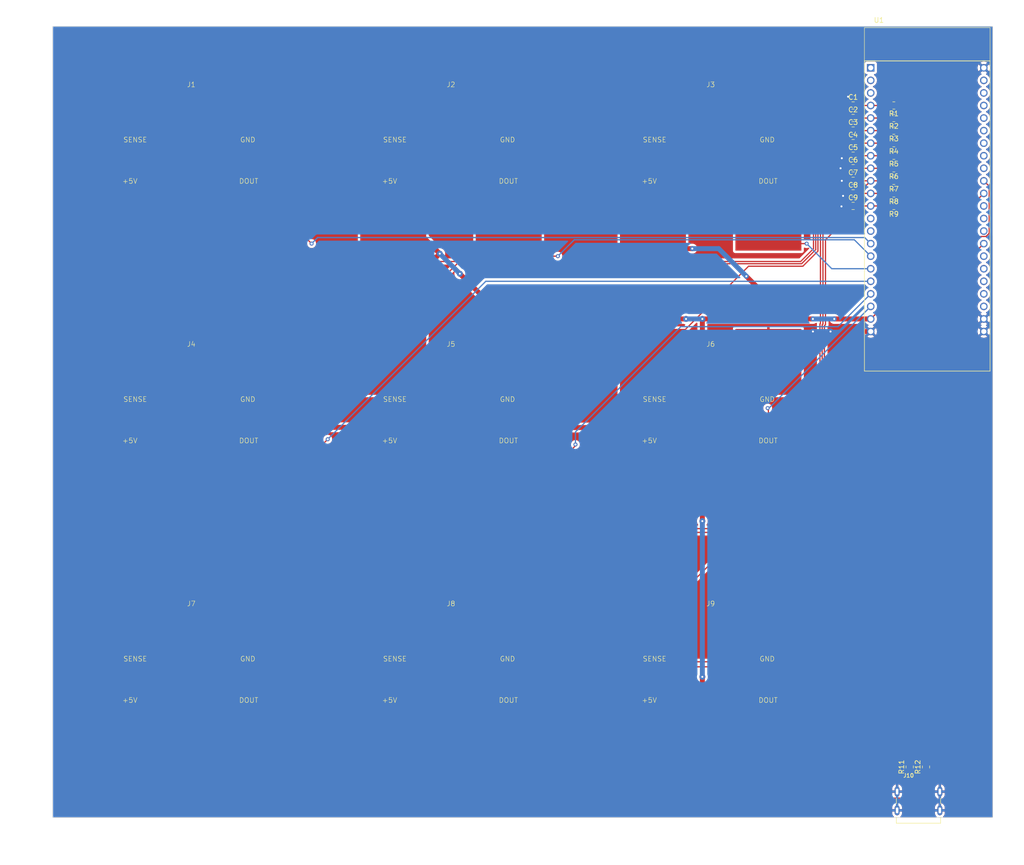
<source format=kicad_pcb>
(kicad_pcb (version 20221018) (generator pcbnew)
  (layers (0 "F.Cu" signal) (31 "B.Cu" signal) (34 "B.Paste" user) (35 "F.Paste" user) (36 "B.SilkS" user "B.Silkscreen") (37 "F.SilkS" user "F.Silkscreen") (38 "B.Mask" user) (39 "F.Mask" user) (44 "Edge.Cuts" user))
  (net 0 "")
  (net 1 "GND")
  (net 2 "SENSE1")
  (net 3 "DO1")
  (net 4 "+5V")
  (net 5 "SENSE2")
  (net 6 "DO2")
  (net 7 "SENSE3")
  (net 8 "DO3")
  (net 9 "SENSE4")
  (net 10 "DO4")
  (net 11 "SENSE5")
  (net 12 "DO5")
  (net 13 "SENSE6")
  (net 14 "DO6")
  (net 15 "SENSE7")
  (net 16 "DO7")
  (net 17 "SENSE8")
  (net 18 "DO8")
  (net 19 "SENSE9")
  (net 20 "DO9")
  (net 21 "+3V3")
  (net 41 "Net-(J10-CC1)")
  (net 42 "Net-(J10-CC2)")
  (footprint "Resistor_SMD:R_0805_2012Metric" (layer "F.Cu") (at 284.0755 67.798 180)
    (fp_text reference "R3" (at 0 -1.65) (layer "F.SilkS"))
    (fp_text value "10k")
    (fp_line (start -0.227064 -0.735) (end 0.227064 -0.735) (stroke (width 0.12)) (layer "F.SilkS"))
    (fp_line (start -0.227064 0.735) (end 0.227064 0.735) (stroke (width 0.12)) (layer "F.SilkS"))
    (pad "1" smd roundrect (at -0.9125 0 180) (size 1.025 1.4) (layers "F.Cu" "F.Paste" "F.Mask") (roundrect_rratio 0.243902) (net 4 "+5V"))
    (pad "2" smd roundrect (at 0.9125 0 180) (size 1.025 1.4) (layers "F.Cu" "F.Paste" "F.Mask") (roundrect_rratio 0.243902) (net 7 "SENSE3"))
  )
  (footprint "Resistor_SMD:R_0805_2012Metric" (layer "F.Cu") (at 284.0755 77.958 180)
    (fp_text reference "R7" (at 0 -1.65) (layer "F.SilkS"))
    (fp_text value "10k")
    (fp_line (start -0.227064 -0.735) (end 0.227064 -0.735) (stroke (width 0.12)) (layer "F.SilkS"))
    (fp_line (start -0.227064 0.735) (end 0.227064 0.735) (stroke (width 0.12)) (layer "F.SilkS"))
    (pad "1" smd roundrect (at -0.9125 0 180) (size 1.025 1.4) (layers "F.Cu" "F.Paste" "F.Mask") (roundrect_rratio 0.243902) (net 4 "+5V"))
    (pad "2" smd roundrect (at 0.9125 0 180) (size 1.025 1.4) (layers "F.Cu" "F.Paste" "F.Mask") (roundrect_rratio 0.243902) (net 15 "SENSE7"))
  )
  (footprint "Capacitor_SMD:C_0805_2012Metric" (layer "F.Cu") (at 275.844 70.336)
    (fp_text reference "C4" (at 0 -1.68) (layer "F.SilkS"))
    (fp_text value "3.3uF")
    (fp_line (start -0.261252 -0.735) (end 0.261252 -0.735) (stroke (width 0.12)) (layer "F.SilkS"))
    (fp_line (start -0.261252 0.735) (end 0.261252 0.735) (stroke (width 0.12)) (layer "F.SilkS"))
    (pad "1" smd roundrect (at -0.95 0) (size 1 1.45) (layers "F.Cu" "F.Paste" "F.Mask") (net 1 "GND"))
    (pad "2" smd roundrect (at 0.95 0) (size 1 1.45) (layers "F.Cu" "F.Paste" "F.Mask") (net 9 "SENSE4"))
  )
  (footprint "Quinn_lib:Top Block Connector" (layer "F.Cu") (at 142.046 73.736)
    (fp_text reference "J1" (at 0 -15.24 unlocked) (layer "F.SilkS") (effects (font (thickness 0.1))))
    (fp_text value "~")
    (fp_text user "DOUT" (at 9.620742 4.869823 unlocked) (layer "F.SilkS") (effects (font (thickness 0.1)) (justify left bottom)))
    (fp_text user "SENSE" (at -13.783392 -3.49636 unlocked) (layer "F.SilkS") (effects (font (thickness 0.1)) (justify left bottom)))
    (fp_text user "+5V" (at -13.995194 4.869823 unlocked) (layer "F.SilkS") (effects (font (thickness 0.1)) (justify left bottom)))
    (fp_text user "GND" (at 9.832544 -3.49636 unlocked) (layer "F.SilkS") (effects (font (thickness 0.1)) (justify left bottom)))
    (pad "1" smd rect (at 11.67 -11.67) (size 13.333 13.333) (layers "F.Cu" "F.Paste" "F.Mask") (net 1 "GND"))
    (pad "2" smd rect (at -11.67 -11.67) (size 13.333 13.333) (layers "F.Cu" "F.Paste" "F.Mask") (net 2 "SENSE1"))
    (pad "3" smd rect (at 11.67 11.67) (size 13.333 13.333) (layers "F.Cu" "F.Paste" "F.Mask") (net 3 "DO1"))
    (pad "4" smd rect (at -11.67 11.67) (size 13.333 13.333) (layers "F.Cu" "F.Paste" "F.Mask") (net 4 "+5V"))
  )
  (footprint "ESP32-S3-DEVKITC-1-N8R2:XCVR_ESP32-S3-DEVKITC-1-N8R2" (layer "F.Cu") (at 290.83 85.07)
    (fp_text reference "U1" (at -9.775 -39.605) (layer "F.SilkS"))
    (fp_text value "ESP32-S3-DEVKITC-1-N8R2")
    (fp_line (start -12.7 -31.37) (end 12.7 -31.37) (stroke (width 0.127)) (layer "F.SilkS"))
    (fp_line (start -12.7 31.37) (end -12.7 -31.37) (stroke (width 0.127)) (layer "F.SilkS"))
    (fp_line (start 12.7 -31.37) (end 12.7 31.37) (stroke (width 0.127)) (layer "F.SilkS"))
    (fp_line (start 12.7 31.37) (end -12.7 31.37) (stroke (width 0.127)) (layer "F.SilkS"))
    (fp_rect (start -12.7 -31.37) (end 12.7 -38.1) (stroke (width 0.1)) (fill none) (layer "F.SilkS"))
    (pad "J1_1" thru_hole rect (at -11.43 -29.97) (size 1.53 1.53) (drill 1.02) (layers "*.Cu" "*.Mask") (net 21 "+3V3"))
    (pad "J1_2" thru_hole circle (at -11.43 -27.43) (size 1.53 1.53) (drill 1.02) (layers "*.Cu" "*.Mask") (net 21 "+3V3"))
    (pad "J1_3" thru_hole circle (at -11.43 -24.89) (size 1.53 1.53) (drill 1.02) (layers "*.Cu" "*.Mask"))
    (pad "J1_4" thru_hole circle (at -11.43 -22.35) (size 1.53 1.53) (drill 1.02) (layers "*.Cu" "*.Mask") (net 2 "SENSE1"))
    (pad "J1_5" thru_hole circle (at -11.43 -19.81) (size 1.53 1.53) (drill 1.02) (layers "*.Cu" "*.Mask") (net 5 "SENSE2"))
    (pad "J1_6" thru_hole circle (at -11.43 -17.27) (size 1.53 1.53) (drill 1.02) (layers "*.Cu" "*.Mask") (net 7 "SENSE3"))
    (pad "J1_7" thru_hole circle (at -11.43 -14.73) (size 1.53 1.53) (drill 1.02) (layers "*.Cu" "*.Mask") (net 9 "SENSE4"))
    (pad "J1_8" thru_hole circle (at -11.43 -12.19) (size 1.53 1.53) (drill 1.02) (layers "*.Cu" "*.Mask") (net 11 "SENSE5"))
    (pad "J1_9" thru_hole circle (at -11.43 -9.65) (size 1.53 1.53) (drill 1.02) (layers "*.Cu" "*.Mask") (net 13 "SENSE6"))
    (pad "J1_10" thru_hole circle (at -11.43 -7.11) (size 1.53 1.53) (drill 1.02) (layers "*.Cu" "*.Mask") (net 15 "SENSE7"))
    (pad "J1_11" thru_hole circle (at -11.43 -4.57) (size 1.53 1.53) (drill 1.02) (layers "*.Cu" "*.Mask") (net 17 "SENSE8"))
    (pad "J1_12" thru_hole circle (at -11.43 -2.03) (size 1.53 1.53) (drill 1.02) (layers "*.Cu" "*.Mask") (net 19 "SENSE9"))
    (pad "J1_13" thru_hole circle (at -11.43 0.51) (size 1.53 1.53) (drill 1.02) (layers "*.Cu" "*.Mask"))
    (pad "J1_14" thru_hole circle (at -11.43 3.05) (size 1.53 1.53) (drill 1.02) (layers "*.Cu" "*.Mask"))
    (pad "J1_15" thru_hole circle (at -11.43 5.59) (size 1.53 1.53) (drill 1.02) (layers "*.Cu" "*.Mask") (net 3 "DO1"))
    (pad "J1_16" thru_hole circle (at -11.43 8.13) (size 1.53 1.53) (drill 1.02) (layers "*.Cu" "*.Mask") (net 6 "DO2"))
    (pad "J1_17" thru_hole circle (at -11.43 10.67) (size 1.53 1.53) (drill 1.02) (layers "*.Cu" "*.Mask") (net 8 "DO3"))
    (pad "J1_18" thru_hole circle (at -11.43 13.21) (size 1.53 1.53) (drill 1.02) (layers "*.Cu" "*.Mask") (net 10 "DO4"))
    (pad "J1_19" thru_hole circle (at -11.43 15.75) (size 1.53 1.53) (drill 1.02) (layers "*.Cu" "*.Mask") (net 12 "DO5"))
    (pad "J1_20" thru_hole circle (at -11.43 18.29) (size 1.53 1.53) (drill 1.02) (layers "*.Cu" "*.Mask") (net 14 "DO6"))
    (pad "J1_21" thru_hole circle (at -11.43 20.83) (size 1.53 1.53) (drill 1.02) (layers "*.Cu" "*.Mask") (net 4 "+5V"))
    (pad "J1_22" thru_hole circle (at -11.43 23.37) (size 1.53 1.53) (drill 1.02) (layers "*.Cu" "*.Mask") (net 1 "GND"))
    (pad "J3_1" thru_hole circle (at 11.43 -29.97) (size 1.53 1.53) (drill 1.02) (layers "*.Cu" "*.Mask") (net 1 "GND"))
    (pad "J3_2" thru_hole circle (at 11.43 -27.43) (size 1.53 1.53) (drill 1.02) (layers "*.Cu" "*.Mask"))
    (pad "J3_3" thru_hole circle (at 11.43 -24.89) (size 1.53 1.53) (drill 1.02) (layers "*.Cu" "*.Mask"))
    (pad "J3_4" thru_hole circle (at 11.43 -22.35) (size 1.53 1.53) (drill 1.02) (layers "*.Cu" "*.Mask"))
    (pad "J3_5" thru_hole circle (at 11.43 -19.81) (size 1.53 1.53) (drill 1.02) (layers "*.Cu" "*.Mask"))
    (pad "J3_6" thru_hole circle (at 11.43 -17.27) (size 1.53 1.53) (drill 1.02) (layers "*.Cu" "*.Mask"))
    (pad "J3_7" thru_hole circle (at 11.43 -14.73) (size 1.53 1.53) (drill 1.02) (layers "*.Cu" "*.Mask"))
    (pad "J3_8" thru_hole circle (at 11.43 -12.19) (size 1.53 1.53) (drill 1.02) (layers "*.Cu" "*.Mask"))
    (pad "J3_9" thru_hole circle (at 11.43 -9.65) (size 1.53 1.53) (drill 1.02) (layers "*.Cu" "*.Mask"))
    (pad "J3_10" thru_hole circle (at 11.43 -7.11) (size 1.53 1.53) (drill 1.02) (layers "*.Cu" "*.Mask") (net 18 "DO8"))
    (pad "J3_11" thru_hole circle (at 11.43 -4.57) (size 1.53 1.53) (drill 1.02) (layers "*.Cu" "*.Mask") (net 16 "DO7"))
    (pad "J3_12" thru_hole circle (at 11.43 -2.03) (size 1.53 1.53) (drill 1.02) (layers "*.Cu" "*.Mask"))
    (pad "J3_13" thru_hole circle (at 11.43 0.51) (size 1.53 1.53) (drill 1.02) (layers "*.Cu" "*.Mask"))
    (pad "J3_14" thru_hole circle (at 11.43 3.05) (size 1.53 1.53) (drill 1.02) (layers "*.Cu" "*.Mask"))
    (pad "J3_15" thru_hole circle (at 11.43 5.59) (size 1.53 1.53) (drill 1.02) (layers "*.Cu" "*.Mask") (net 20 "DO9"))
    (pad "J3_16" thru_hole circle (at 11.43 8.13) (size 1.53 1.53) (drill 1.02) (layers "*.Cu" "*.Mask"))
    (pad "J3_17" thru_hole circle (at 11.43 10.67) (size 1.53 1.53) (drill 1.02) (layers "*.Cu" "*.Mask"))
    (pad "J3_18" thru_hole circle (at 11.43 13.21) (size 1.53 1.53) (drill 1.02) (layers "*.Cu" "*.Mask"))
    (pad "J3_19" thru_hole circle (at 11.43 15.75) (size 1.53 1.53) (drill 1.02) (layers "*.Cu" "*.Mask"))
    (pad "J3_20" thru_hole circle (at 11.43 18.29) (size 1.53 1.53) (drill 1.02) (layers "*.Cu" "*.Mask"))
    (pad "J3_21" thru_hole circle (at 11.43 20.83) (size 1.53 1.53) (drill 1.02) (layers "*.Cu" "*.Mask") (net 1 "GND"))
    (pad "J3_22" thru_hole circle (at 11.43 23.37) (size 1.53 1.53) (drill 1.02) (layers "*.Cu" "*.Mask") (net 1 "GND"))
  )
  (footprint "Resistor_SMD:R_0805_2012Metric" (layer "F.Cu") (at 284.0755 65.258 180)
    (fp_text reference "R2" (at 0 -1.65) (layer "F.SilkS"))
    (fp_text value "10k")
    (fp_line (start -0.227064 -0.735) (end 0.227064 -0.735) (stroke (width 0.12)) (layer "F.SilkS"))
    (fp_line (start -0.227064 0.735) (end 0.227064 0.735) (stroke (width 0.12)) (layer "F.SilkS"))
    (pad "1" smd roundrect (at -0.9125 0 180) (size 1.025 1.4) (layers "F.Cu" "F.Paste" "F.Mask") (roundrect_rratio 0.243902) (net 4 "+5V"))
    (pad "2" smd roundrect (at 0.9125 0 180) (size 1.025 1.4) (layers "F.Cu" "F.Paste" "F.Mask") (roundrect_rratio 0.243902) (net 5 "SENSE2"))
  )
  (footprint "Quinn_lib:Top Block Connector" (layer "F.Cu") (at 247.046 73.736)
    (fp_text reference "J3" (at 0 -15.24 unlocked) (layer "F.SilkS") (effects (font (thickness 0.1))))
    (fp_text value "~")
    (fp_text user "+5V" (at -13.995194 4.869823 unlocked) (layer "F.SilkS") (effects (font (thickness 0.1)) (justify left bottom)))
    (fp_text user "SENSE" (at -13.783392 -3.49636 unlocked) (layer "F.SilkS") (effects (font (thickness 0.1)) (justify left bottom)))
    (fp_text user "GND" (at 9.832544 -3.49636 unlocked) (layer "F.SilkS") (effects (font (thickness 0.1)) (justify left bottom)))
    (fp_text user "DOUT" (at 9.620742 4.869823 unlocked) (layer "F.SilkS") (effects (font (thickness 0.1)) (justify left bottom)))
    (pad "1" smd rect (at 11.67 -11.67) (size 13.333 13.333) (layers "F.Cu" "F.Paste" "F.Mask") (net 1 "GND"))
    (pad "2" smd rect (at -11.67 -11.67) (size 13.333 13.333) (layers "F.Cu" "F.Paste" "F.Mask") (net 7 "SENSE3"))
    (pad "3" smd rect (at 11.67 11.67) (size 13.333 13.333) (layers "F.Cu" "F.Paste" "F.Mask") (net 8 "DO3"))
    (pad "4" smd rect (at -11.67 11.67) (size 13.333 13.333) (layers "F.Cu" "F.Paste" "F.Mask") (net 4 "+5V"))
  )
  (footprint "Resistor_SMD:R_0805_2012Metric" (layer "F.Cu") (at 284.0755 80.498 180)
    (fp_text reference "R8" (at 0 -1.65) (layer "F.SilkS"))
    (fp_text value "10k")
    (fp_line (start -0.227064 -0.735) (end 0.227064 -0.735) (stroke (width 0.12)) (layer "F.SilkS"))
    (fp_line (start -0.227064 0.735) (end 0.227064 0.735) (stroke (width 0.12)) (layer "F.SilkS"))
    (pad "1" smd roundrect (at -0.9125 0 180) (size 1.025 1.4) (layers "F.Cu" "F.Paste" "F.Mask") (roundrect_rratio 0.243902) (net 4 "+5V"))
    (pad "2" smd roundrect (at 0.9125 0 180) (size 1.025 1.4) (layers "F.Cu" "F.Paste" "F.Mask") (roundrect_rratio 0.243902) (net 17 "SENSE8"))
  )
  (footprint "Resistor_SMD:R_0805_2012Metric" (layer "F.Cu") (at 284.0755 70.338 180)
    (fp_text reference "R4" (at 0 -1.65) (layer "F.SilkS"))
    (fp_text value "10k")
    (fp_line (start -0.227064 -0.735) (end 0.227064 -0.735) (stroke (width 0.12)) (layer "F.SilkS"))
    (fp_line (start -0.227064 0.735) (end 0.227064 0.735) (stroke (width 0.12)) (layer "F.SilkS"))
    (pad "1" smd roundrect (at -0.9125 0 180) (size 1.025 1.4) (layers "F.Cu" "F.Paste" "F.Mask") (roundrect_rratio 0.243902) (net 4 "+5V"))
    (pad "2" smd roundrect (at 0.9125 0 180) (size 1.025 1.4) (layers "F.Cu" "F.Paste" "F.Mask") (roundrect_rratio 0.243902) (net 9 "SENSE4"))
  )
  (footprint "Capacitor_SMD:C_0805_2012Metric" (layer "F.Cu") (at 275.844 83.036)
    (fp_text reference "C9" (at 0 -1.68) (layer "F.SilkS"))
    (fp_text value "3.3uF")
    (fp_line (start -0.261252 -0.735) (end 0.261252 -0.735) (stroke (width 0.12)) (layer "F.SilkS"))
    (fp_line (start -0.261252 0.735) (end 0.261252 0.735) (stroke (width 0.12)) (layer "F.SilkS"))
    (pad "1" smd roundrect (at -0.95 0) (size 1 1.45) (layers "F.Cu" "F.Paste" "F.Mask") (net 1 "GND"))
    (pad "2" smd roundrect (at 0.95 0) (size 1 1.45) (layers "F.Cu" "F.Paste" "F.Mask") (net 19 "SENSE9"))
  )
  (footprint "Quinn_lib:Top Block Connector" (layer "F.Cu") (at 194.546 178.736)
    (fp_text reference "J8" (at 0 -15.24 unlocked) (layer "F.SilkS") (effects (font (thickness 0.1))))
    (fp_text value "~")
    (fp_text user "+5V" (at -13.995194 4.869823 unlocked) (layer "F.SilkS") (effects (font (thickness 0.1)) (justify left bottom)))
    (fp_text user "DOUT" (at 9.620742 4.869823 unlocked) (layer "F.SilkS") (effects (font (thickness 0.1)) (justify left bottom)))
    (fp_text user "GND" (at 9.832544 -3.49636 unlocked) (layer "F.SilkS") (effects (font (thickness 0.1)) (justify left bottom)))
    (fp_text user "SENSE" (at -13.783392 -3.49636 unlocked) (layer "F.SilkS") (effects (font (thickness 0.1)) (justify left bottom)))
    (pad "1" smd rect (at 11.67 -11.67) (size 13.333 13.333) (layers "F.Cu" "F.Paste" "F.Mask") (net 1 "GND"))
    (pad "2" smd rect (at -11.67 -11.67) (size 13.333 13.333) (layers "F.Cu" "F.Paste" "F.Mask") (net 17 "SENSE8"))
    (pad "3" smd rect (at 11.67 11.67) (size 13.333 13.333) (layers "F.Cu" "F.Paste" "F.Mask") (net 18 "DO8"))
    (pad "4" smd rect (at -11.67 11.67) (size 13.333 13.333) (layers "F.Cu" "F.Paste" "F.Mask") (net 4 "+5V"))
  )
  (footprint "Resistor_SMD:R_0805_2012Metric" (layer "F.Cu") (at 290.576 196.521 90)
    (fp_text reference "R12" (at 0 -1.65 90) (layer "F.SilkS"))
    (fp_text value "5.1k")
    (fp_line (start -0.227064 -0.735) (end 0.227064 -0.735) (stroke (width 0.12)) (layer "F.SilkS"))
    (fp_line (start -0.227064 0.735) (end 0.227064 0.735) (stroke (width 0.12)) (layer "F.SilkS"))
    (pad "1" smd roundrect (at -0.9125 0 90) (size 1.025 1.4) (layers "F.Cu" "F.Paste" "F.Mask") (roundrect_rratio 0.243902) (net 42 "Net-(J10-CC2)"))
    (pad "2" smd roundrect (at 0.9125 0 90) (size 1.025 1.4) (layers "F.Cu" "F.Paste" "F.Mask") (roundrect_rratio 0.243902) (net 1 "GND"))
  )
  (footprint "Resistor_SMD:R_0805_2012Metric" (layer "F.Cu") (at 284.0755 72.878 180)
    (fp_text reference "R5" (at 0 -1.65) (layer "F.SilkS"))
    (fp_text value "10k")
    (fp_line (start -0.227064 -0.735) (end 0.227064 -0.735) (stroke (width 0.12)) (layer "F.SilkS"))
    (fp_line (start -0.227064 0.735) (end 0.227064 0.735) (stroke (width 0.12)) (layer "F.SilkS"))
    (pad "1" smd roundrect (at -0.9125 0 180) (size 1.025 1.4) (layers "F.Cu" "F.Paste" "F.Mask") (roundrect_rratio 0.243902) (net 4 "+5V"))
    (pad "2" smd roundrect (at 0.9125 0 180) (size 1.025 1.4) (layers "F.Cu" "F.Paste" "F.Mask") (roundrect_rratio 0.243902) (net 11 "SENSE5"))
  )
  (footprint "Quinn_lib:Top Block Connector" (layer "F.Cu") (at 247.046 178.736)
    (fp_text reference "J9" (at 0 -15.24 unlocked) (layer "F.SilkS") (effects (font (thickness 0.1))))
    (fp_text value "~")
    (fp_text user "+5V" (at -13.995194 4.869823 unlocked) (layer "F.SilkS") (effects (font (thickness 0.1)) (justify left bottom)))
    (fp_text user "GND" (at 9.832544 -3.49636 unlocked) (layer "F.SilkS") (effects (font (thickness 0.1)) (justify left bottom)))
    (fp_text user "DOUT" (at 9.620742 4.869823 unlocked) (layer "F.SilkS") (effects (font (thickness 0.1)) (justify left bottom)))
    (fp_text user "SENSE" (at -13.783392 -3.49636 unlocked) (layer "F.SilkS") (effects (font (thickness 0.1)) (justify left bottom)))
    (pad "1" smd rect (at 11.67 -11.67) (size 13.333 13.333) (layers "F.Cu" "F.Paste" "F.Mask") (net 1 "GND"))
    (pad "2" smd rect (at -11.67 -11.67) (size 13.333 13.333) (layers "F.Cu" "F.Paste" "F.Mask") (net 19 "SENSE9"))
    (pad "3" smd rect (at 11.67 11.67) (size 13.333 13.333) (layers "F.Cu" "F.Paste" "F.Mask") (net 20 "DO9"))
    (pad "4" smd rect (at -11.67 11.67) (size 13.333 13.333) (layers "F.Cu" "F.Paste" "F.Mask") (net 4 "+5V"))
  )
  (footprint "Capacitor_SMD:C_0805_2012Metric" (layer "F.Cu") (at 275.844 62.718)
    (fp_text reference "C1" (at 0 -1.68) (layer "F.SilkS"))
    (fp_text value "3.3uF")
    (fp_line (start -0.261252 -0.735) (end 0.261252 -0.735) (stroke (width 0.12)) (layer "F.SilkS"))
    (fp_line (start -0.261252 0.735) (end 0.261252 0.735) (stroke (width 0.12)) (layer "F.SilkS"))
    (pad "1" smd roundrect (at -0.95 0) (size 1 1.45) (layers "F.Cu" "F.Paste" "F.Mask") (net 1 "GND"))
    (pad "2" smd roundrect (at 0.95 0) (size 1 1.45) (layers "F.Cu" "F.Paste" "F.Mask") (net 2 "SENSE1"))
  )
  (footprint "Resistor_SMD:R_0805_2012Metric" (layer "F.Cu") (at 284.0755 62.718 180)
    (fp_text reference "R1" (at 0 -1.65) (layer "F.SilkS"))
    (fp_text value "10k")
    (fp_line (start -0.227064 -0.735) (end 0.227064 -0.735) (stroke (width 0.12)) (layer "F.SilkS"))
    (fp_line (start -0.227064 0.735) (end 0.227064 0.735) (stroke (width 0.12)) (layer "F.SilkS"))
    (pad "1" smd roundrect (at -0.9125 0 180) (size 1.025 1.4) (layers "F.Cu" "F.Paste" "F.Mask") (roundrect_rratio 0.243902) (net 4 "+5V"))
    (pad "2" smd roundrect (at 0.9125 0 180) (size 1.025 1.4) (layers "F.Cu" "F.Paste" "F.Mask") (roundrect_rratio 0.243902) (net 2 "SENSE1"))
  )
  (footprint "Resistor_SMD:R_0805_2012Metric" (layer "F.Cu") (at 287.274 196.521 90)
    (fp_text reference "R11" (at 0 -1.65 90) (layer "F.SilkS"))
    (fp_text value "5.1k")
    (fp_line (start -0.227064 -0.735) (end 0.227064 -0.735) (stroke (width 0.12)) (layer "F.SilkS"))
    (fp_line (start -0.227064 0.735) (end 0.227064 0.735) (stroke (width 0.12)) (layer "F.SilkS"))
    (pad "1" smd roundrect (at -0.9125 0 90) (size 1.025 1.4) (layers "F.Cu" "F.Paste" "F.Mask") (roundrect_rratio 0.243902) (net 41 "Net-(J10-CC1)"))
    (pad "2" smd roundrect (at 0.9125 0 90) (size 1.025 1.4) (layers "F.Cu" "F.Paste" "F.Mask") (roundrect_rratio 0.243902) (net 1 "GND"))
  )
  (footprint "Capacitor_SMD:C_0805_2012Metric" (layer "F.Cu") (at 275.844 72.876)
    (fp_text reference "C5" (at 0 -1.68) (layer "F.SilkS"))
    (fp_text value "3.3uF")
    (fp_line (start -0.261252 -0.735) (end 0.261252 -0.735) (stroke (width 0.12)) (layer "F.SilkS"))
    (fp_line (start -0.261252 0.735) (end 0.261252 0.735) (stroke (width 0.12)) (layer "F.SilkS"))
    (pad "1" smd roundrect (at -0.95 0) (size 1 1.45) (layers "F.Cu" "F.Paste" "F.Mask") (net 1 "GND"))
    (pad "2" smd roundrect (at 0.95 0) (size 1 1.45) (layers "F.Cu" "F.Paste" "F.Mask") (net 11 "SENSE5"))
  )
  (footprint "Quinn_lib:Top Block Connector" (layer "F.Cu") (at 247.046 126.236)
    (fp_text reference "J6" (at 0 -15.24 unlocked) (layer "F.SilkS") (effects (font (thickness 0.1))))
    (fp_text value "~")
    (fp_text user "DOUT" (at 9.620742 4.869823 unlocked) (layer "F.SilkS") (effects (font (thickness 0.1)) (justify left bottom)))
    (fp_text user "GND" (at 9.832544 -3.49636 unlocked) (layer "F.SilkS") (effects (font (thickness 0.1)) (justify left bottom)))
    (fp_text user "+5V" (at -13.995194 4.869823 unlocked) (layer "F.SilkS") (effects (font (thickness 0.1)) (justify left bottom)))
    (fp_text user "SENSE" (at -13.783392 -3.49636 unlocked) (layer "F.SilkS") (effects (font (thickness 0.1)) (justify left bottom)))
    (pad "1" smd rect (at 11.67 -11.67) (size 13.333 13.333) (layers "F.Cu" "F.Paste" "F.Mask") (net 1 "GND"))
    (pad "2" smd rect (at -11.67 -11.67) (size 13.333 13.333) (layers "F.Cu" "F.Paste" "F.Mask") (net 13 "SENSE6"))
    (pad "3" smd rect (at 11.67 11.67) (size 13.333 13.333) (layers "F.Cu" "F.Paste" "F.Mask") (net 14 "DO6"))
    (pad "4" smd rect (at -11.67 11.67) (size 13.333 13.333) (layers "F.Cu" "F.Paste" "F.Mask") (net 4 "+5V"))
  )
  (footprint "Quinn_lib:Top Block Connector" (layer "F.Cu") (at 142.046 178.736)
    (fp_text reference "J7" (at 0 -15.24 unlocked) (layer "F.SilkS") (effects (font (thickness 0.1))))
    (fp_text value "~")
    (fp_text user "+5V" (at -13.995194 4.869823 unlocked) (layer "F.SilkS") (effects (font (thickness 0.1)) (justify left bottom)))
    (fp_text user "DOUT" (at 9.620742 4.869823 unlocked) (layer "F.SilkS") (effects (font (thickness 0.1)) (justify left bottom)))
    (fp_text user "SENSE" (at -13.783392 -3.49636 unlocked) (layer "F.SilkS") (effects (font (thickness 0.1)) (justify left bottom)))
    (fp_text user "GND" (at 9.832544 -3.49636 unlocked) (layer "F.SilkS") (effects (font (thickness 0.1)) (justify left bottom)))
    (pad "1" smd rect (at 11.67 -11.67) (size 13.333 13.333) (layers "F.Cu" "F.Paste" "F.Mask") (net 1 "GND"))
    (pad "2" smd rect (at -11.67 -11.67) (size 13.333 13.333) (layers "F.Cu" "F.Paste" "F.Mask") (net 15 "SENSE7"))
    (pad "3" smd rect (at 11.67 11.67) (size 13.333 13.333) (layers "F.Cu" "F.Paste" "F.Mask") (net 16 "DO7"))
    (pad "4" smd rect (at -11.67 11.67) (size 13.333 13.333) (layers "F.Cu" "F.Paste" "F.Mask") (net 4 "+5V"))
  )
  (footprint "UJC-HP-3-SMT-TR:CUI_UJC-HP-3-SMT-TR" (layer "F.Cu") (at 289.056 201.5025)
    (fp_text reference "J10" (at -2 -3.25) (layer "F.SilkS") (effects (font (size 0.787402 0.787402))))
    (fp_text value "UJC-HP-3-SMT-TR")
    (fp_line (start -4.47 2.45) (end -4.47 1.35) (stroke (width 0.127)) (layer "F.SilkS"))
    (fp_line (start -4.47 6.4) (end -4.47 5.15) (stroke (width 0.127)) (layer "F.SilkS"))
    (fp_line (start -4.47 6.4) (end 4.47 6.4) (stroke (width 0.127)) (layer "F.SilkS"))
    (fp_line (start 4.47 2.45) (end 4.47 1.35) (stroke (width 0.127)) (layer "F.SilkS"))
    (fp_line (start 4.47 6.4) (end 4.47 5.15) (stroke (width 0.127)) (layer "F.SilkS"))
    (pad "A5" smd rect (at -0.5 -0.005 90) (size 1.15 0.7) (layers "F.Cu" "F.Paste" "F.Mask") (net 41 "Net-(J10-CC1)"))
    (pad "A9" smd rect (at 1.52 -0.005 90) (size 1.15 0.8) (layers "F.Cu" "F.Paste" "F.Mask") (net 4 "+5V"))
    (pad "A12" smd rect (at 2.75 -0.005 90) (size 1.15 0.9) (layers "F.Cu" "F.Paste" "F.Mask") (net 1 "GND"))
    (pad "B5" smd rect (at 0.5 -0.005 90) (size 1.15 0.7) (layers "F.Cu" "F.Paste" "F.Mask") (net 42 "Net-(J10-CC2)"))
    (pad "B9" smd rect (at -1.52 -0.005 90) (size 1.15 0.8) (layers "F.Cu" "F.Paste" "F.Mask") (net 4 "+5V"))
    (pad "B12" smd rect (at -2.75 -0.005 90) (size 1.15 0.9) (layers "F.Cu" "F.Paste" "F.Mask") (net 1 "GND"))
    (pad "S1" thru_hole oval (at -4.32 0) (size 1 2) (drill oval 0.5 1.2) (layers "*.Cu" "*.Mask") (net 1 "GND"))
    (pad "S2" thru_hole oval (at 4.32 0) (size 1 2) (drill oval 0.5 1.2) (layers "*.Cu" "*.Mask") (net 1 "GND"))
    (pad "S3" thru_hole oval (at -4.32 3.8) (size 1 2) (drill oval 0.5 1.2) (layers "*.Cu" "*.Mask") (net 1 "GND"))
    (pad "S4" thru_hole oval (at 4.32 3.8) (size 1 2) (drill oval 0.5 1.2) (layers "*.Cu" "*.Mask") (net 1 "GND"))
  )
  (footprint "Capacitor_SMD:C_0805_2012Metric" (layer "F.Cu") (at 275.844 77.956)
    (fp_text reference "C7" (at 0 -1.68) (layer "F.SilkS"))
    (fp_text value "3.3uF")
    (fp_line (start -0.261252 -0.735) (end 0.261252 -0.735) (stroke (width 0.12)) (layer "F.SilkS"))
    (fp_line (start -0.261252 0.735) (end 0.261252 0.735) (stroke (width 0.12)) (layer "F.SilkS"))
    (pad "1" smd roundrect (at -0.95 0) (size 1 1.45) (layers "F.Cu" "F.Paste" "F.Mask") (net 1 "GND"))
    (pad "2" smd roundrect (at 0.95 0) (size 1 1.45) (layers "F.Cu" "F.Paste" "F.Mask") (net 15 "SENSE7"))
  )
  (footprint "Quinn_lib:Top Block Connector" (layer "F.Cu") (at 142.046 126.236)
    (fp_text reference "J4" (at 0 -15.24 unlocked) (layer "F.SilkS") (effects (font (thickness 0.1))))
    (fp_text value "~")
    (fp_text user "+5V" (at -13.995194 4.869823 unlocked) (layer "F.SilkS") (effects (font (thickness 0.1)) (justify left bottom)))
    (fp_text user "DOUT" (at 9.620742 4.869823 unlocked) (layer "F.SilkS") (effects (font (thickness 0.1)) (justify left bottom)))
    (fp_text user "SENSE" (at -13.783392 -3.49636 unlocked) (layer "F.SilkS") (effects (font (thickness 0.1)) (justify left bottom)))
    (fp_text user "GND" (at 9.832544 -3.49636 unlocked) (layer "F.SilkS") (effects (font (thickness 0.1)) (justify left bottom)))
    (pad "1" smd rect (at 11.67 -11.67) (size 13.333 13.333) (layers "F.Cu" "F.Paste" "F.Mask") (net 1 "GND"))
    (pad "2" smd rect (at -11.67 -11.67) (size 13.333 13.333) (layers "F.Cu" "F.Paste" "F.Mask") (net 9 "SENSE4"))
    (pad "3" smd rect (at 11.67 11.67) (size 13.333 13.333) (layers "F.Cu" "F.Paste" "F.Mask") (net 10 "DO4"))
    (pad "4" smd rect (at -11.67 11.67) (size 13.333 13.333) (layers "F.Cu" "F.Paste" "F.Mask") (net 4 "+5V"))
  )
  (footprint "Resistor_SMD:R_0805_2012Metric" (layer "F.Cu") (at 284.0755 75.418 180)
    (fp_text reference "R6" (at 0 -1.65) (layer "F.SilkS"))
    (fp_text value "10k")
    (fp_line (start -0.227064 -0.735) (end 0.227064 -0.735) (stroke (width 0.12)) (layer "F.SilkS"))
    (fp_line (start -0.227064 0.735) (end 0.227064 0.735) (stroke (width 0.12)) (layer "F.SilkS"))
    (pad "1" smd roundrect (at -0.9125 0 180) (size 1.025 1.4) (layers "F.Cu" "F.Paste" "F.Mask") (roundrect_rratio 0.243902) (net 4 "+5V"))
    (pad "2" smd roundrect (at 0.9125 0 180) (size 1.025 1.4) (layers "F.Cu" "F.Paste" "F.Mask") (roundrect_rratio 0.243902) (net 13 "SENSE6"))
  )
  (footprint "Capacitor_SMD:C_0805_2012Metric" (layer "F.Cu") (at 275.844 75.416)
    (fp_text reference "C6" (at 0 -1.68) (layer "F.SilkS"))
    (fp_text value "3.3uF")
    (fp_line (start -0.261252 -0.735) (end 0.261252 -0.735) (stroke (width 0.12)) (layer "F.SilkS"))
    (fp_line (start -0.261252 0.735) (end 0.261252 0.735) (stroke (width 0.12)) (layer "F.SilkS"))
    (pad "1" smd roundrect (at -0.95 0) (size 1 1.45) (layers "F.Cu" "F.Paste" "F.Mask") (net 1 "GND"))
    (pad "2" smd roundrect (at 0.95 0) (size 1 1.45) (layers "F.Cu" "F.Paste" "F.Mask") (net 13 "SENSE6"))
  )
  (footprint "Capacitor_SMD:C_0805_2012Metric" (layer "F.Cu") (at 275.844 67.798)
    (fp_text reference "C3" (at 0 -1.68) (layer "F.SilkS"))
    (fp_text value "3.3uF")
    (fp_line (start -0.261252 -0.735) (end 0.261252 -0.735) (stroke (width 0.12)) (layer "F.SilkS"))
    (fp_line (start -0.261252 0.735) (end 0.261252 0.735) (stroke (width 0.12)) (layer "F.SilkS"))
    (pad "1" smd roundrect (at -0.95 0) (size 1 1.45) (layers "F.Cu" "F.Paste" "F.Mask") (net 1 "GND"))
    (pad "2" smd roundrect (at 0.95 0) (size 1 1.45) (layers "F.Cu" "F.Paste" "F.Mask") (net 7 "SENSE3"))
  )
  (footprint "Quinn_lib:Top Block Connector" (layer "F.Cu") (at 194.546 73.736)
    (fp_text reference "J2" (at 0 -15.24 unlocked) (layer "F.SilkS") (effects (font (thickness 0.1))))
    (fp_text value "~")
    (fp_text user "GND" (at 9.832544 -3.49636 unlocked) (layer "F.SilkS") (effects (font (thickness 0.1)) (justify left bottom)))
    (fp_text user "+5V" (at -13.995194 4.869823 unlocked) (layer "F.SilkS") (effects (font (thickness 0.1)) (justify left bottom)))
    (fp_text user "SENSE" (at -13.783392 -3.49636 unlocked) (layer "F.SilkS") (effects (font (thickness 0.1)) (justify left bottom)))
    (fp_text user "DOUT" (at 9.620742 4.869823 unlocked) (layer "F.SilkS") (effects (font (thickness 0.1)) (justify left bottom)))
    (pad "1" smd rect (at 11.67 -11.67) (size 13.333 13.333) (layers "F.Cu" "F.Paste" "F.Mask") (net 1 "GND"))
    (pad "2" smd rect (at -11.67 -11.67) (size 13.333 13.333) (layers "F.Cu" "F.Paste" "F.Mask") (net 5 "SENSE2"))
    (pad "3" smd rect (at 11.67 11.67) (size 13.333 13.333) (layers "F.Cu" "F.Paste" "F.Mask") (net 6 "DO2"))
    (pad "4" smd rect (at -11.67 11.67) (size 13.333 13.333) (layers "F.Cu" "F.Paste" "F.Mask") (net 4 "+5V"))
  )
  (footprint "Resistor_SMD:R_0805_2012Metric" (layer "F.Cu") (at 284.0755 83.038 180)
    (fp_text reference "R9" (at 0 -1.65) (layer "F.SilkS"))
    (fp_text value "10k")
    (fp_line (start -0.227064 -0.735) (end 0.227064 -0.735) (stroke (width 0.12)) (layer "F.SilkS"))
    (fp_line (start -0.227064 0.735) (end 0.227064 0.735) (stroke (width 0.12)) (layer "F.SilkS"))
    (pad "1" smd roundrect (at -0.9125 0 180) (size 1.025 1.4) (layers "F.Cu" "F.Paste" "F.Mask") (roundrect_rratio 0.243902) (net 4 "+5V"))
    (pad "2" smd roundrect (at 0.9125 0 180) (size 1.025 1.4) (layers "F.Cu" "F.Paste" "F.Mask") (roundrect_rratio 0.243902) (net 19 "SENSE9"))
  )
  (footprint "Capacitor_SMD:C_0805_2012Metric" (layer "F.Cu") (at 275.844 80.496)
    (fp_text reference "C8" (at 0 -1.68) (layer "F.SilkS"))
    (fp_text value "3.3uF")
    (fp_line (start -0.261252 -0.735) (end 0.261252 -0.735) (stroke (width 0.12)) (layer "F.SilkS"))
    (fp_line (start -0.261252 0.735) (end 0.261252 0.735) (stroke (width 0.12)) (layer "F.SilkS"))
    (pad "1" smd roundrect (at -0.95 0) (size 1 1.45) (layers "F.Cu" "F.Paste" "F.Mask") (net 1 "GND"))
    (pad "2" smd roundrect (at 0.95 0) (size 1 1.45) (layers "F.Cu" "F.Paste" "F.Mask") (net 17 "SENSE8"))
  )
  (footprint "Capacitor_SMD:C_0805_2012Metric" (layer "F.Cu") (at 275.844 65.256)
    (fp_text reference "C2" (at 0 -1.68) (layer "F.SilkS"))
    (fp_text value "3.3uF")
    (fp_line (start -0.261252 -0.735) (end 0.261252 -0.735) (stroke (width 0.12)) (layer "F.SilkS"))
    (fp_line (start -0.261252 0.735) (end 0.261252 0.735) (stroke (width 0.12)) (layer "F.SilkS"))
    (pad "1" smd roundrect (at -0.95 0) (size 1 1.45) (layers "F.Cu" "F.Paste" "F.Mask") (net 1 "GND"))
    (pad "2" smd roundrect (at 0.95 0) (size 1 1.45) (layers "F.Cu" "F.Paste" "F.Mask") (net 5 "SENSE2"))
  )
  (footprint "Quinn_lib:Top Block Connector" (layer "F.Cu") (at 194.546 126.236)
    (fp_text reference "J5" (at 0 -15.24 unlocked) (layer "F.SilkS") (effects (font (thickness 0.1))))
    (fp_text value "~")
    (fp_text user "+5V" (at -13.995194 4.869823 unlocked) (layer "F.SilkS") (effects (font (thickness 0.1)) (justify left bottom)))
    (fp_text user "GND" (at 9.832544 -3.49636 unlocked) (layer "F.SilkS") (effects (font (thickness 0.1)) (justify left bottom)))
    (fp_text user "SENSE" (at -13.783392 -3.49636 unlocked) (layer "F.SilkS") (effects (font (thickness 0.1)) (justify left bottom)))
    (fp_text user "DOUT" (at 9.620742 4.869823 unlocked) (layer "F.SilkS") (effects (font (thickness 0.1)) (justify left bottom)))
    (pad "1" smd rect (at 11.67 -11.67) (size 13.333 13.333) (layers "F.Cu" "F.Paste" "F.Mask") (net 1 "GND"))
    (pad "2" smd rect (at -11.67 -11.67) (size 13.333 13.333) (layers "F.Cu" "F.Paste" "F.Mask") (net 11 "SENSE5"))
    (pad "3" smd rect (at 11.67 11.67) (size 13.333 13.333) (layers "F.Cu" "F.Paste" "F.Mask") (net 12 "DO5"))
    (pad "4" smd rect (at -11.67 11.67) (size 13.333 13.333) (layers "F.Cu" "F.Paste" "F.Mask") (net 4 "+5V"))
  )
  (gr_rect (start 114.046 46.736) (end 304.046 206.736) (stroke (width 0.1)) (fill none) (layer "Edge.Cuts"))
  (segment (start 274.322 80.496) (end 273.812 81.006) (width 1) (layer "F.Cu") (net 1))
  (segment (start 274.894 80.496) (end 274.322 80.496) (width 1) (layer "F.Cu") (net 1))
  (segment (start 271.274002 108.44) (end 271.272 108.437998) (width 1) (layer "F.Cu") (net 1))
  (segment (start 274.894 62.718) (end 274.894 65.256) (width 1) (layer "F.Cu") (net 1))
  (segment (start 273.558 73.386) (end 274.384 73.386) (width 1) (layer "F.Cu") (net 1))
  (segment (start 279.4 108.44) (end 271.274002 108.44) (width 1) (layer "F.Cu") (net 1))
  (segment (start 274.384 73.386) (end 274.894 72.876) (width 1) (layer "F.Cu") (net 1))
  (via (at 273.558 73.386) (size 0.8) (drill 0.4) (layers "F.Cu" "B.Cu") (net 1))
  (via (at 273.488651 83.132625) (size 0.8) (drill 0.4) (layers "F.Cu" "B.Cu") (net 1))
  (via (at 274.828 60.94) (size 0.8) (drill 0.4) (layers "F.Cu" "B.Cu") (net 1))
  (via (at 273.304 75.418) (size 0.8) (drill 0.4) (layers "F.Cu" "B.Cu") (net 1))
  (via (at 273.812 81.006) (size 0.8) (drill 0.4) (layers "F.Cu" "B.Cu") (net 1))
  (via (at 273.558 77.958) (size 0.8) (drill 0.4) (layers "F.Cu" "B.Cu") (net 1))
  (via (at 267.716 108.438) (size 1.2) (drill 0.4) (layers "F.Cu" "B.Cu") (net 1))
  (via (at 271.272 108.437998) (size 1.2) (drill 0.4) (layers "F.Cu" "B.Cu") (net 1))
  (segment (start 267.716002 108.437998) (end 267.716 108.438) (width 1) (layer "B.Cu") (net 1))
  (segment (start 271.272 108.437998) (end 267.716002 108.437998) (width 1) (layer "B.Cu") (net 1))
  (segment (start 283.161 62.72) (end 283.163 62.718) (width 0.25) (layer "F.Cu") (net 2))
  (segment (start 279.4 62.72) (end 283.161 62.72) (width 0.25) (layer "F.Cu") (net 2))
  (segment (start 139.733 62.066) (end 130.376 62.066) (width 0.25) (layer "F.Cu") (net 2))
  (segment (start 276.86 62.466) (end 276.86 60.18) (width 0.25) (layer "F.Cu") (net 2))
  (segment (start 268.73 52.05) (end 149.749 52.05) (width 0.25) (layer "F.Cu") (net 2))
  (segment (start 277.114 62.72) (end 276.86 62.466) (width 0.25) (layer "F.Cu") (net 2))
  (segment (start 149.749 52.05) (end 139.733 62.066) (width 0.25) (layer "F.Cu") (net 2))
  (segment (start 276.86 60.18) (end 268.73 52.05) (width 0.25) (layer "F.Cu") (net 2))
  (segment (start 279.4 62.72) (end 277.114 62.72) (width 0.25) (layer "F.Cu") (net 2))
  (segment (start 161.118 85.406) (end 153.716 85.406) (width 0.25) (layer "F.Cu") (net 3))
  (segment (start 166.37 90.658) (end 161.118 85.406) (width 0.25) (layer "F.Cu") (net 3))
  (via (at 166.37 90.658) (size 0.8) (drill 0.4) (layers "F.Cu" "B.Cu") (net 3))
  (segment (start 167.595 89.433) (end 166.37 90.658) (width 0.25) (layer "B.Cu") (net 3))
  (segment (start 279.4 90.66) (end 278.173 89.433) (width 0.25) (layer "B.Cu") (net 3))
  (segment (start 278.173 89.433) (end 167.595 89.433) (width 0.25) (layer "B.Cu") (net 3))
  (segment (start 245.364 127.918) (end 245.364 105.898) (width 1) (layer "F.Cu") (net 4))
  (segment (start 245.364015 178.288015) (end 245.364015 180.417985) (width 1) (layer "F.Cu") (net 4))
  (segment (start 287.026 203.2025) (end 287.506 202.7225) (width 1) (layer "F.Cu") (net 4))
  (segment (start 245.364015 180.417985) (end 245.159 180.623) (width 1) (layer "F.Cu") (net 4))
  (segment (start 290.576 202.3225) (end 290.501 202.3975) (width 0.25) (layer "F.Cu") (net 4))
  (segment (start 267.716 105.898) (end 262.89 105.898) (width 1) (layer "F.Cu") (net 4))
  (segment (start 245.364015 180.417985) (end 245.364015 191.787015) (width 1) (layer "F.Cu") (net 4))
  (segment (start 235.376 190.406) (end 245.158999 180.623001) (width 1) (layer "F.Cu") (net 4))
  (segment (start 284.988 77.958) (end 284.988 75.418) (width 0.25) (layer "F.Cu") (net 4))
  (segment (start 192.278 92.69) (end 184.994 85.406) (width 1) (layer "F.Cu") (net 4))
  (segment (start 279.4 105.9) (end 272.036 105.9) (width 1) (layer "F.Cu") (net 4))
  (segment (start 138.578 198.608) (end 130.376 190.406) (width 1) (layer "F.Cu") (net 4))
  (segment (start 192.607347 127.817347) (end 140.464653 127.817347) (width 1) (layer "F.Cu") (net 4))
  (segment (start 245.364 127.918) (end 245.364 146.792) (width 1) (layer "F.Cu") (net 4))
  (segment (start 287.536 202.3225) (end 287.536 201.4975) (width 0.25) (layer "F.Cu") (net 4))
  (segment (start 205.486 105.898) (end 196.342 96.754) (width 1) (layer "F.Cu") (net 4))
  (segment (start 192.786 127.996) (end 182.876 137.906) (width 1) (layer "F.Cu") (net 4))
  (segment (start 262.89 105.898) (end 254.254 97.262) (width 1) (layer "F.Cu") (net 4))
  (segment (start 192.786 127.996) (end 192.607347 127.817347) (width 1) (layer "F.Cu") (net 4))
  (segment (start 138.422 93.452) (end 130.376 85.406) (width 1) (layer "F.Cu") (net 4))
  (segment (start 227.428 198.354) (end 245.158999 180.623001) (width 1) (layer "F.Cu") (net 4))
  (segment (start 241.644 91.674) (end 235.376 85.406) (width 0.25) (layer "F.Cu") (net 4))
  (segment (start 262.89 105.898) (end 245.364 105.898) (width 1) (layer "F.Cu") (net 4))
  (segment (start 284.988 67.798) (end 284.988 70.338) (width 0.25) (layer "F.Cu") (net 4))
  (segment (start 245.152 127.862) (end 192.92 127.862) (width 1) (layer "F.Cu") (net 4))
  (segment (start 284.988 65.258) (end 284.988 67.798) (width 0.25) (layer "F.Cu") (net 4))
  (segment (start 284.988 72.878) (end 284.988 70.338) (width 0.25) (layer "F.Cu") (net 4))
  (segment (start 256.7795 203.2025) (end 287.026 203.2025) (width 1) (layer "F.Cu") (net 4))
  (segment (start 245.364015 191.787015) (end 256.7795 203.2025) (width 1) (layer "F.Cu") (net 4))
  (segment (start 284.988 62.718) (end 284.988 65.258) (width 0.25) (layer "F.Cu") (net 4))
  (segment (start 235.376 137.906) (end 245.325 127.957) (width 1) (layer "F.Cu") (net 4))
  (segment (start 243.332 91.674) (end 241.644 91.674) (width 1) (layer "F.Cu") (net 4))
  (segment (start 245.325 127.957) (end 245.364 127.918) (width 0.25) (layer "F.Cu") (net 4))
  (segment (start 191.516 93.452) (end 138.422 93.452) (width 1) (layer "F.Cu") (net 4))
  (segment (start 284.988 80.498) (end 284.988 77.958) (width 0.25) (layer "F.Cu") (net 4))
  (segment (start 190.824 198.354) (end 227.428 198.354) (width 1) (layer "F.Cu") (net 4))
  (segment (start 245.159 180.623) (end 245.158999 180.623001) (width 0.25) (layer "F.Cu") (net 4))
  (segment (start 192.278 92.69) (end 191.516 93.452) (width 1) (layer "F.Cu") (net 4))
  (segment (start 245.325 127.957) (end 245.286 127.996) (width 0.25) (layer "F.Cu") (net 4))
  (segment (start 284.988 83.038) (end 284.988 80.498) (width 0.25) (layer "F.Cu") (net 4))
  (segment (start 287.611 202.3975) (end 287.536 202.3225) (width 0.25) (layer "F.Cu") (net 4))
  (segment (start 245.286 127.996) (end 245.152 127.862) (width 1) (layer "F.Cu") (net 4))
  (segment (start 242.062 105.898) (end 205.486 105.898) (width 1) (layer "F.Cu") (net 4))
  (segment (start 290.576 201.4975) (end 290.576 202.3225) (width 0.25) (layer "F.Cu") (net 4))
  (segment (start 174.674 198.608) (end 138.578 198.608) (width 1) (layer "F.Cu") (net 4))
  (segment (start 184.994 85.406) (end 182.876 85.406) (width 0.25) (layer "F.Cu") (net 4))
  (segment (start 290.501 202.3975) (end 287.611 202.3975) (width 0.25) (layer "F.Cu") (net 4))
  (segment (start 284.988 100.312) (end 279.4 105.9) (width 0.25) (layer "F.Cu") (net 4))
  (segment (start 192.92 127.862) (end 192.786 127.996) (width 1) (layer "F.Cu") (net 4))
  (segment (start 272.036 105.9) (end 272.034 105.898) (width 0.25) (layer "F.Cu") (net 4))
  (segment (start 284.988 75.418) (end 284.988 72.878) (width 0.25) (layer "F.Cu") (net 4))
  (segment (start 284.988 83.038) (end 284.988 100.312) (width 0.25) (layer "F.Cu") (net 4))
  (segment (start 182.876 190.406) (end 174.674 198.608) (width 1) (layer "F.Cu") (net 4))
  (segment (start 287.536 201.4975) (end 287.536 201.0525) (width 0.25) (layer "F.Cu") (net 4))
  (segment (start 182.876 190.406) (end 190.824 198.354) (width 1) (layer "F.Cu") (net 4))
  (segment (start 140.464653 127.817347) (end 130.376 137.906) (width 1) (layer "F.Cu") (net 4))
  (segment (start 287.506 202.7225) (end 287.506 201.4975) (width 1) (layer "F.Cu") (net 4))
  (via (at 267.716 105.898) (size 0.8) (drill 0.4) (layers "F.Cu" "B.Cu") (net 4))
  (via (at 245.364 146.792) (size 1.2) (drill 0.4) (layers "F.Cu" "B.Cu") (net 4))
  (via (at 242.062 105.898) (size 1.2) (drill 0.4) (layers "F.Cu" "B.Cu") (net 4))
  (via (at 245.364015 178.288015) (size 1.2) (drill 0.4) (layers "F.Cu" "B.Cu") (net 4))
  (via (at 272.034 105.898) (size 0.8) (drill 0.4) (layers "F.Cu" "B.Cu") (net 4))
  (via (at 243.332 91.674) (size 0.8) (drill 0.4) (layers "F.Cu" "B.Cu") (net 4))
  (via (at 254.254 97.262) (size 0.8) (drill 0.4) (layers "F.Cu" "B.Cu") (net 4))
  (via (at 192.278 92.69) (size 1.2) (drill 0.4) (layers "F.Cu" "B.Cu") (net 4))
  (via (at 196.342 96.754) (size 1.2) (drill 0.4) (layers "F.Cu" "B.Cu") (net 4))
  (via (at 245.364 105.898) (size 1.2) (drill 0.4) (layers "F.Cu" "B.Cu") (net 4))
  (segment (start 196.342 96.754) (end 192.278 92.69) (width 1) (layer "B.Cu") (net 4))
  (segment (start 245.364 146.792) (end 245.364 178.288) (width 1) (layer "B.Cu") (net 4))
  (segment (start 245.364 105.898) (end 242.062 105.898) (width 1) (layer "B.Cu") (net 4))
  (segment (start 248.666 91.674) (end 243.332 91.674) (width 1) (layer "B.Cu") (net 4))
  (segment (start 245.364 178.288) (end 245.364015 178.288015) (width 0.25) (layer "B.Cu") (net 4))
  (segment (start 254.254 97.262) (end 248.666 91.674) (width 1) (layer "B.Cu") (net 4))
  (segment (start 272.034 105.898) (end 267.716 105.898) (width 1) (layer "B.Cu") (net 4))
  (segment (start 268.478 52.812) (end 275.969 60.303) (width 0.25) (layer "F.Cu") (net 5))
  (segment (start 192.13 52.812) (end 268.478 52.812) (width 0.25) (layer "F.Cu") (net 5))
  (segment (start 182.876 62.066) (end 192.13 52.812) (width 0.25) (layer "F.Cu") (net 5))
  (segment (start 277.116 65.26) (end 279.4 65.26) (width 0.25) (layer "F.Cu") (net 5))
  (segment (start 283.161 65.26) (end 283.163 65.258) (width 0.25) (layer "F.Cu") (net 5))
  (segment (start 279.4 65.26) (end 283.161 65.26) (width 0.25) (layer "F.Cu") (net 5))
  (segment (start 275.969 60.303) (end 275.969 64.113) (width 0.25) (layer "F.Cu") (net 5))
  (segment (start 275.969 64.113) (end 277.116 65.26) (width 0.25) (layer "F.Cu") (net 5))
  (segment (start 214.008 93.198) (end 206.216 85.406) (width 0.25) (layer "F.Cu") (net 6))
  (segment (start 216.154 93.198) (end 214.008 93.198) (width 0.25) (layer "F.Cu") (net 6))
  (via (at 216.154 93.198) (size 0.8) (drill 0.4) (layers "F.Cu" "B.Cu") (net 6))
  (segment (start 219.469 89.883) (end 216.154 93.198) (width 0.25) (layer "B.Cu") (net 6))
  (segment (start 279.4 93.2) (end 276.083 89.883) (width 0.25) (layer "B.Cu") (net 6))
  (segment (start 276.083 89.883) (end 219.469 89.883) (width 0.25) (layer "B.Cu") (net 6))
  (segment (start 283.161 67.8) (end 283.163 67.798) (width 0.25) (layer "F.Cu") (net 7))
  (segment (start 273.558 65.766) (end 274.098 66.306) (width 0.25) (layer "F.Cu") (net 7))
  (segment (start 274.098 66.306) (end 275.367 66.306) (width 0.25) (layer "F.Cu") (net 7))
  (segment (start 276.861 67.8) (end 279.4 67.8) (width 0.25) (layer "F.Cu") (net 7))
  (segment (start 273.558 58.908) (end 273.558 65.766) (width 0.25) (layer "F.Cu") (net 7))
  (segment (start 275.367 66.306) (end 276.861 67.8) (width 0.25) (layer "F.Cu") (net 7))
  (segment (start 279.4 67.8) (end 283.161 67.8) (width 0.25) (layer "F.Cu") (net 7))
  (segment (start 244.733 62.066) (end 253.225 53.574) (width 0.25) (layer "F.Cu") (net 7))
  (segment (start 235.376 62.066) (end 244.733 62.066) (width 0.25) (layer "F.Cu") (net 7))
  (segment (start 253.225 53.574) (end 268.224 53.574) (width 0.25) (layer "F.Cu") (net 7))
  (segment (start 268.224 53.574) (end 273.558 58.908) (width 0.25) (layer "F.Cu") (net 7))
  (segment (start 266.446 90.658) (end 263.968 90.658) (width 0.25) (layer "F.Cu") (net 8))
  (segment (start 263.968 90.658) (end 258.716 85.406) (width 0.25) (layer "F.Cu") (net 8))
  (via (at 266.446 90.658) (size 0.8) (drill 0.4) (layers "F.Cu" "B.Cu") (net 8))
  (segment (start 271.528 95.74) (end 266.446 90.658) (width 0.25) (layer "B.Cu") (net 8))
  (segment (start 279.4 95.74) (end 271.528 95.74) (width 0.25) (layer "B.Cu") (net 8))
  (segment (start 265.238604 94.277) (end 150.665 94.277) (width 0.25) (layer "F.Cu") (net 9))
  (segment (start 275.84 71.608) (end 274.13 71.608) (width 0.25) (layer "F.Cu") (net 9))
  (segment (start 283.161 70.34) (end 283.163 70.338) (width 0.25) (layer "F.Cu") (net 9))
  (segment (start 279.4 70.34) (end 277.116 70.34) (width 0.25) (layer "F.Cu") (net 9))
  (segment (start 150.665 94.277) (end 130.376 114.566) (width 0.25) (layer "F.Cu") (net 9))
  (segment (start 267.832 91.683604) (end 265.238604 94.277) (width 0.25) (layer "F.Cu") (net 9))
  (segment (start 279.4 70.34) (end 283.161 70.34) (width 0.25) (layer "F.Cu") (net 9))
  (segment (start 267.832 77.906) (end 267.832 91.683604) (width 0.25) (layer "F.Cu") (net 9))
  (segment (start 277.116 70.34) (end 277.112 70.336) (width 0.25) (layer "F.Cu") (net 9))
  (segment (start 274.13 71.608) (end 267.832 77.906) (width 0.25) (layer "F.Cu") (net 9))
  (segment (start 277.112 70.336) (end 275.84 71.608) (width 0.25) (layer "F.Cu") (net 9))
  (segment (start 153.716 137.906) (end 161.958692 137.906) (width 0.25) (layer "F.Cu") (net 10))
  (segment (start 161.958692 137.906) (end 169.627346 130.237346) (width 0.25) (layer "F.Cu") (net 10))
  (via (at 169.627346 130.237346) (size 0.8) (drill 0.4) (layers "F.Cu" "B.Cu") (net 10))
  (segment (start 279.4 98.28) (end 201.584692 98.28) (width 0.25) (layer "B.Cu") (net 10))
  (segment (start 201.584692 98.28) (end 169.627346 130.237346) (width 0.25) (layer "B.Cu") (net 10))
  (segment (start 268.282 79.041604) (end 268.282 91.87) (width 0.25) (layer "F.Cu") (net 11))
  (segment (start 277.112 72.876) (end 275.84 74.148) (width 0.25) (layer "F.Cu") (net 11))
  (segment (start 277.116 72.88) (end 277.112 72.876) (width 0.25) (layer "F.Cu") (net 11))
  (segment (start 275.84 74.148) (end 273.175604 74.148) (width 0.25) (layer "F.Cu") (net 11))
  (segment (start 279.4 72.88) (end 277.116 72.88) (width 0.25) (layer "F.Cu") (net 11))
  (segment (start 195.7985 94.727) (end 182.876 107.6495) (width 0.25) (layer "F.Cu") (net 11))
  (segment (start 268.282 91.87) (end 265.425 94.727) (width 0.25) (layer "F.Cu") (net 11))
  (segment (start 182.876 107.6495) (end 182.876 114.566) (width 0.25) (layer "F.Cu") (net 11))
  (segment (start 265.425 94.727) (end 195.7985 94.727) (width 0.25) (layer "F.Cu") (net 11))
  (segment (start 279.4 72.88) (end 283.161 72.88) (width 0.25) (layer "F.Cu") (net 11))
  (segment (start 273.175604 74.148) (end 268.282 79.041604) (width 0.25) (layer "F.Cu") (net 11))
  (segment (start 283.161 72.88) (end 283.163 72.878) (width 0.25) (layer "F.Cu") (net 11))
  (segment (start 219.71 131.552) (end 219.71 131.298) (width 0.25) (layer "F.Cu") (net 12))
  (segment (start 206.216 137.906) (end 213.356 137.906) (width 0.25) (layer "F.Cu") (net 12))
  (segment (start 213.356 137.906) (end 219.71 131.552) (width 0.25) (layer "F.Cu") (net 12))
  (via (at 219.71 131.298) (size 0.8) (drill 0.4) (layers "F.Cu" "B.Cu") (net 12))
  (segment (start 272.755 107.465) (end 241.003 107.465) (width 0.25) (layer "B.Cu") (net 12))
  (segment (start 279.4 100.82) (end 272.755 107.465) (width 0.25) (layer "B.Cu") (net 12))
  (segment (start 241.003 107.465) (end 219.71 128.758) (width 0.25) (layer "B.Cu") (net 12))
  (segment (start 219.71 128.758) (end 219.71 131.298) (width 0.25) (layer "B.Cu") (net 12))
  (segment (start 279.4 75.42) (end 283.161 75.42) (width 0.25) (layer "F.Cu") (net 13))
  (segment (start 271.272 76.688) (end 268.732 79.228) (width 0.25) (layer "F.Cu") (net 13))
  (segment (start 268.732 79.228) (end 268.732 92.182) (width 0.25) (layer "F.Cu") (net 13))
  (segment (start 275.84 76.688) (end 271.272 76.688) (width 0.25) (layer "F.Cu") (net 13))
  (segment (start 283.161 75.42) (end 283.163 75.418) (width 0.25) (layer "F.Cu") (net 13))
  (segment (start 279.4 75.42) (end 277.116 75.42) (width 0.25) (layer "F.Cu") (net 13))
  (segment (start 277.116 75.42) (end 277.112 75.416) (width 0.25) (layer "F.Cu") (net 13))
  (segment (start 268.732 92.182) (end 265.684 95.23) (width 0.25) (layer "F.Cu") (net 13))
  (segment (start 277.112 75.416) (end 275.84 76.688) (width 0.25) (layer "F.Cu") (net 13))
  (segment (start 254.712 95.23) (end 235.376 114.566) (width 0.25) (layer "F.Cu") (net 13))
  (segment (start 265.684 95.23) (end 254.712 95.23) (width 0.25) (layer "F.Cu") (net 13))
  (segment (start 258.572 123.932) (end 258.716 124.076) (width 0.25) (layer "F.Cu") (net 14))
  (segment (start 258.716 124.076) (end 258.716 137.906) (width 0.25) (layer "F.Cu") (net 14))
  (via (at 258.572 123.932) (size 0.8) (drill 0.4) (layers "F.Cu" "B.Cu") (net 14))
  (segment (start 279.4 103.36) (end 258.828 123.932) (width 0.25) (layer "B.Cu") (net 14))
  (segment (start 258.828 123.932) (end 258.572 123.932) (width 0.25) (layer "B.Cu") (net 14))
  (segment (start 274.493984 79.228) (end 269.24 84.481984) (width 0.25) (layer "F.Cu") (net 15))
  (segment (start 278.132 79.228) (end 274.493984 79.228) (width 0.25) (layer "F.Cu") (net 15))
  (segment (start 279.4 77.96) (end 283.161 77.96) (width 0.25) (layer "F.Cu") (net 15))
  (segment (start 279.4 77.96) (end 278.132 79.228) (width 0.25) (layer "F.Cu") (net 15))
  (segment (start 269.24 84.481984) (end 269.24 106.802349) (width 0.25) (layer "F.Cu") (net 15))
  (segment (start 264.668 148.316) (end 149.126 148.316) (width 0.25) (layer "F.Cu") (net 15))
  (segment (start 269.143 143.841) (end 264.668 148.316) (width 0.25) (layer "F.Cu") (net 15))
  (segment (start 276.794 77.956) (end 279.396 77.956) (width 0.25) (layer "F.Cu") (net 15))
  (segment (start 283.161 77.96) (end 283.163 77.958) (width 0.25) (layer "F.Cu") (net 15))
  (segment (start 269.143 106.899349) (end 269.143 143.841) (width 0.25) (layer "F.Cu") (net 15))
  (segment (start 149.126 148.316) (end 130.376 167.066) (width 0.25) (layer "F.Cu") (net 15))
  (segment (start 279.396 77.956) (end 279.4 77.96) (width 0.25) (layer "F.Cu") (net 15))
  (segment (start 269.24 106.802349) (end 269.143 106.899349) (width 0.25) (layer "F.Cu") (net 15))
  (segment (start 168.882 175.24) (end 153.716 190.406) (width 0.25) (layer "F.Cu") (net 16))
  (segment (start 264.414 175.24) (end 168.882 175.24) (width 0.25) (layer "F.Cu") (net 16))
  (segment (start 302.26 80.5) (end 285.554 97.206) (width 0.25) (layer "F.Cu") (net 16))
  (segment (start 285.554 154.1) (end 264.414 175.24) (width 0.25) (layer "F.Cu") (net 16))
  (segment (start 285.554 97.206) (end 285.554 154.1) (width 0.25) (layer "F.Cu") (net 16))
  (segment (start 269.593 107.085745) (end 269.593 144.153) (width 0.25) (layer "F.Cu") (net 17))
  (segment (start 275.84 81.768) (end 273.304 81.768) (width 0.25) (layer "F.Cu") (net 17))
  (segment (start 200.864 149.078) (end 182.876 167.066) (width 0.25) (layer "F.Cu") (net 17))
  (segment (start 264.668 149.078) (end 200.864 149.078) (width 0.25) (layer "F.Cu") (net 17))
  (segment (start 269.748 85.324) (end 269.748 106.930745) (width 0.25) (layer "F.Cu") (net 17))
  (segment (start 279.4 80.5) (end 283.161 80.5) (width 0.25) (layer "F.Cu") (net 17))
  (segment (start 279.4 80.5) (end 277.116 80.5) (width 0.25) (layer "F.Cu") (net 17))
  (segment (start 283.161 80.5) (end 283.163 80.498) (width 0.25) (layer "F.Cu") (net 17))
  (segment (start 269.748 106.930745) (end 269.593 107.085745) (width 0.25) (layer "F.Cu") (net 17))
  (segment (start 277.116 80.5) (end 277.112 80.496) (width 0.25) (layer "F.Cu") (net 17))
  (segment (start 269.593 144.153) (end 264.668 149.078) (width 0.25) (layer "F.Cu") (net 17))
  (segment (start 277.112 80.496) (end 275.84 81.768) (width 0.25) (layer "F.Cu") (net 17))
  (segment (start 273.304 81.768) (end 269.748 85.324) (width 0.25) (layer "F.Cu") (net 17))
  (segment (start 224.028 176.256) (end 223.774 176.002) (width 0.25) (layer "F.Cu") (net 18))
  (segment (start 209.37 190.406) (end 206.216 190.406) (width 0.25) (layer "F.Cu") (net 18))
  (segment (start 264.668 176.256) (end 224.028 176.256) (width 0.25) (layer "F.Cu") (net 18))
  (segment (start 303.35 88.571493) (end 302.711493 89.21) (width 0.25) (layer "F.Cu") (net 18))
  (segment (start 302.711493 89.21) (end 301.676 89.21) (width 0.25) (layer "F.Cu") (net 18))
  (segment (start 286.004 104.882) (end 286.004 154.92) (width 0.25) (layer "F.Cu") (net 18))
  (segment (start 301.676 89.21) (end 286.004 104.882) (width 0.25) (layer "F.Cu") (net 18))
  (segment (start 303.35 79.05) (end 303.35 88.571493) (width 0.25) (layer "F.Cu") (net 18))
  (segment (start 223.774 176.002) (end 209.37 190.406) (width 0.25) (layer "F.Cu") (net 18))
  (segment (start 302.26 77.96) (end 303.35 79.05) (width 0.25) (layer "F.Cu") (net 18))
  (segment (start 286.004 154.92) (end 264.668 176.256) (width 0.25) (layer "F.Cu") (net 18))
  (segment (start 252.856 149.586) (end 235.376 167.066) (width 0.25) (layer "F.Cu") (net 19))
  (segment (start 277.112 83.036) (end 270.256 89.892) (width 0.25) (layer "F.Cu") (net 19))
  (segment (start 270.043 107.272141) (end 270.043 144.339396) (width 0.25) (layer "F.Cu") (net 19))
  (segment (start 279.4 83.04) (end 283.161 83.04) (width 0.25) (layer "F.Cu") (net 19))
  (segment (start 277.116 83.04) (end 277.112 83.036) (width 0.25) (layer "F.Cu") (net 19))
  (segment (start 283.161 83.04) (end 283.163 83.038) (width 0.25) (layer "F.Cu") (net 19))
  (segment (start 279.4 83.04) (end 277.116 83.04) (width 0.25) (layer "F.Cu") (net 19))
  (segment (start 270.043 144.339396) (end 264.796396 149.586) (width 0.25) (layer "F.Cu") (net 19))
  (segment (start 264.796396 149.586) (end 252.856 149.586) (width 0.25) (layer "F.Cu") (net 19))
  (segment (start 270.256 107.059141) (end 270.043 107.272141) (width 0.25) (layer "F.Cu") (net 19))
  (segment (start 270.256 89.892) (end 270.256 107.059141) (width 0.25) (layer "F.Cu") (net 19))
  (segment (start 286.766 162.356) (end 258.716 190.406) (width 0.25) (layer "F.Cu") (net 20))
  (segment (start 286.766 106.154) (end 286.766 162.356) (width 0.25) (layer "F.Cu") (net 20))
  (segment (start 302.26 90.66) (end 286.766 106.154) (width 0.25) (layer "F.Cu") (net 20))
  (segment (start 288.556 198.7155) (end 287.274 197.4335) (width 0.25) (layer "F.Cu") (net 41))
  (segment (start 288.556 201.4975) (end 288.556 198.7155) (width 0.25) (layer "F.Cu") (net 41))
  (segment (start 289.556 198.4535) (end 290.576 197.4335) (width 0.25) (layer "F.Cu") (net 42))
  (segment (start 289.556 201.4975) (end 289.556 198.4535) (width 0.25) (layer "F.Cu") (net 42))
  (zone (net 1) (net_name "GND") (layers "F&B.Cu") (name "GND_FILL") (connect_pads (clearance 0.5)) (min_thickness 0.25) (fill yes (thermal_gap 0.5) (thermal_bridge_width 0.5))
    (polygon (pts (xy 109.22 41.382) (xy 310.388 41.382) (xy 310.388 208.006) (xy 302.006 216.388) (xy 103.378 216.388) (xy 103.378 47.224)))
  )
)
</source>
